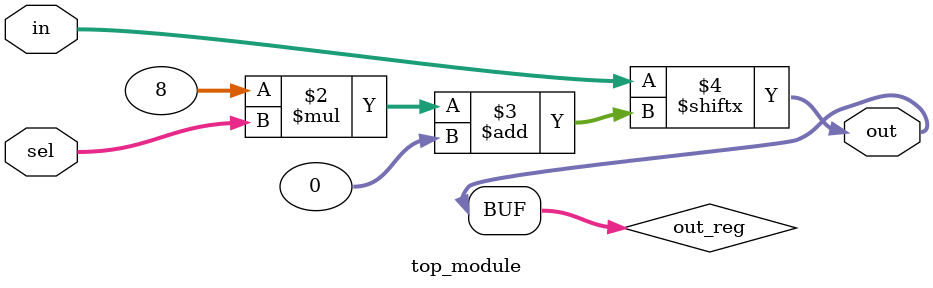
<source format=sv>
module top_module (
  input [1023:0] in,
  input [7:0] sel,
  output [3:0] out
);

  reg [3:0] out_reg;

  always @(*) begin
    out_reg = in[8 * sel +: 4];
  end

  assign out = out_reg;

endmodule

</source>
